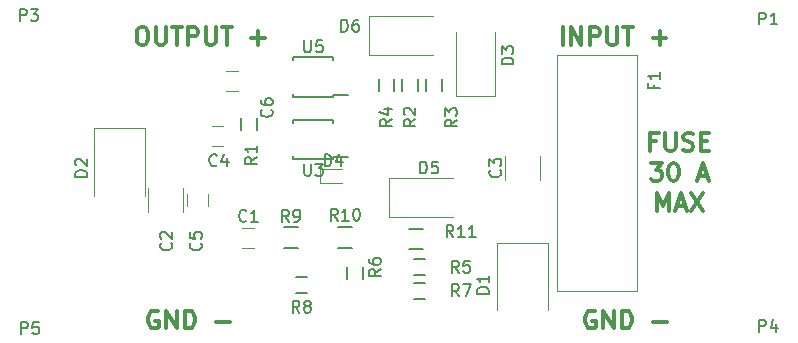
<source format=gto>
G04 #@! TF.FileFunction,Legend,Top*
%FSLAX46Y46*%
G04 Gerber Fmt 4.6, Leading zero omitted, Abs format (unit mm)*
G04 Created by KiCad (PCBNEW 4.0.7-e0-6372~58~ubuntu16.10.1) date Sun Sep 17 16:24:02 2017*
%MOMM*%
%LPD*%
G01*
G04 APERTURE LIST*
%ADD10C,0.100000*%
%ADD11C,0.300000*%
%ADD12C,0.120000*%
%ADD13C,0.150000*%
G04 APERTURE END LIST*
D10*
D11*
X54535715Y-11842857D02*
X54035715Y-11842857D01*
X54035715Y-12628571D02*
X54035715Y-11128571D01*
X54750001Y-11128571D01*
X55321429Y-11128571D02*
X55321429Y-12342857D01*
X55392857Y-12485714D01*
X55464286Y-12557143D01*
X55607143Y-12628571D01*
X55892857Y-12628571D01*
X56035715Y-12557143D01*
X56107143Y-12485714D01*
X56178572Y-12342857D01*
X56178572Y-11128571D01*
X56821429Y-12557143D02*
X57035715Y-12628571D01*
X57392858Y-12628571D01*
X57535715Y-12557143D01*
X57607144Y-12485714D01*
X57678572Y-12342857D01*
X57678572Y-12200000D01*
X57607144Y-12057143D01*
X57535715Y-11985714D01*
X57392858Y-11914286D01*
X57107144Y-11842857D01*
X56964286Y-11771429D01*
X56892858Y-11700000D01*
X56821429Y-11557143D01*
X56821429Y-11414286D01*
X56892858Y-11271429D01*
X56964286Y-11200000D01*
X57107144Y-11128571D01*
X57464286Y-11128571D01*
X57678572Y-11200000D01*
X58321429Y-11842857D02*
X58821429Y-11842857D01*
X59035715Y-12628571D02*
X58321429Y-12628571D01*
X58321429Y-11128571D01*
X59035715Y-11128571D01*
X54071430Y-13678571D02*
X55000001Y-13678571D01*
X54500001Y-14250000D01*
X54714287Y-14250000D01*
X54857144Y-14321429D01*
X54928573Y-14392857D01*
X55000001Y-14535714D01*
X55000001Y-14892857D01*
X54928573Y-15035714D01*
X54857144Y-15107143D01*
X54714287Y-15178571D01*
X54285715Y-15178571D01*
X54142858Y-15107143D01*
X54071430Y-15035714D01*
X55928572Y-13678571D02*
X56071429Y-13678571D01*
X56214286Y-13750000D01*
X56285715Y-13821429D01*
X56357144Y-13964286D01*
X56428572Y-14250000D01*
X56428572Y-14607143D01*
X56357144Y-14892857D01*
X56285715Y-15035714D01*
X56214286Y-15107143D01*
X56071429Y-15178571D01*
X55928572Y-15178571D01*
X55785715Y-15107143D01*
X55714286Y-15035714D01*
X55642858Y-14892857D01*
X55571429Y-14607143D01*
X55571429Y-14250000D01*
X55642858Y-13964286D01*
X55714286Y-13821429D01*
X55785715Y-13750000D01*
X55928572Y-13678571D01*
X58142857Y-14750000D02*
X58857143Y-14750000D01*
X58000000Y-15178571D02*
X58500000Y-13678571D01*
X59000000Y-15178571D01*
X54642858Y-17728571D02*
X54642858Y-16228571D01*
X55142858Y-17300000D01*
X55642858Y-16228571D01*
X55642858Y-17728571D01*
X56285715Y-17300000D02*
X57000001Y-17300000D01*
X56142858Y-17728571D02*
X56642858Y-16228571D01*
X57142858Y-17728571D01*
X57500001Y-16228571D02*
X58500001Y-17728571D01*
X58500001Y-16228571D02*
X57500001Y-17728571D01*
X12357143Y-26250000D02*
X12214286Y-26178571D01*
X12000000Y-26178571D01*
X11785715Y-26250000D01*
X11642857Y-26392857D01*
X11571429Y-26535714D01*
X11500000Y-26821429D01*
X11500000Y-27035714D01*
X11571429Y-27321429D01*
X11642857Y-27464286D01*
X11785715Y-27607143D01*
X12000000Y-27678571D01*
X12142857Y-27678571D01*
X12357143Y-27607143D01*
X12428572Y-27535714D01*
X12428572Y-27035714D01*
X12142857Y-27035714D01*
X13071429Y-27678571D02*
X13071429Y-26178571D01*
X13928572Y-27678571D01*
X13928572Y-26178571D01*
X14642858Y-27678571D02*
X14642858Y-26178571D01*
X15000001Y-26178571D01*
X15214286Y-26250000D01*
X15357144Y-26392857D01*
X15428572Y-26535714D01*
X15500001Y-26821429D01*
X15500001Y-27035714D01*
X15428572Y-27321429D01*
X15357144Y-27464286D01*
X15214286Y-27607143D01*
X15000001Y-27678571D01*
X14642858Y-27678571D01*
X17285715Y-27107143D02*
X18428572Y-27107143D01*
X10892857Y-2178571D02*
X11178571Y-2178571D01*
X11321429Y-2250000D01*
X11464286Y-2392857D01*
X11535714Y-2678571D01*
X11535714Y-3178571D01*
X11464286Y-3464286D01*
X11321429Y-3607143D01*
X11178571Y-3678571D01*
X10892857Y-3678571D01*
X10750000Y-3607143D01*
X10607143Y-3464286D01*
X10535714Y-3178571D01*
X10535714Y-2678571D01*
X10607143Y-2392857D01*
X10750000Y-2250000D01*
X10892857Y-2178571D01*
X12178572Y-2178571D02*
X12178572Y-3392857D01*
X12250000Y-3535714D01*
X12321429Y-3607143D01*
X12464286Y-3678571D01*
X12750000Y-3678571D01*
X12892858Y-3607143D01*
X12964286Y-3535714D01*
X13035715Y-3392857D01*
X13035715Y-2178571D01*
X13535715Y-2178571D02*
X14392858Y-2178571D01*
X13964287Y-3678571D02*
X13964287Y-2178571D01*
X14892858Y-3678571D02*
X14892858Y-2178571D01*
X15464286Y-2178571D01*
X15607144Y-2250000D01*
X15678572Y-2321429D01*
X15750001Y-2464286D01*
X15750001Y-2678571D01*
X15678572Y-2821429D01*
X15607144Y-2892857D01*
X15464286Y-2964286D01*
X14892858Y-2964286D01*
X16392858Y-2178571D02*
X16392858Y-3392857D01*
X16464286Y-3535714D01*
X16535715Y-3607143D01*
X16678572Y-3678571D01*
X16964286Y-3678571D01*
X17107144Y-3607143D01*
X17178572Y-3535714D01*
X17250001Y-3392857D01*
X17250001Y-2178571D01*
X17750001Y-2178571D02*
X18607144Y-2178571D01*
X18178573Y-3678571D02*
X18178573Y-2178571D01*
X20250001Y-3107143D02*
X21392858Y-3107143D01*
X20821429Y-3678571D02*
X20821429Y-2535714D01*
X49357143Y-26250000D02*
X49214286Y-26178571D01*
X49000000Y-26178571D01*
X48785715Y-26250000D01*
X48642857Y-26392857D01*
X48571429Y-26535714D01*
X48500000Y-26821429D01*
X48500000Y-27035714D01*
X48571429Y-27321429D01*
X48642857Y-27464286D01*
X48785715Y-27607143D01*
X49000000Y-27678571D01*
X49142857Y-27678571D01*
X49357143Y-27607143D01*
X49428572Y-27535714D01*
X49428572Y-27035714D01*
X49142857Y-27035714D01*
X50071429Y-27678571D02*
X50071429Y-26178571D01*
X50928572Y-27678571D01*
X50928572Y-26178571D01*
X51642858Y-27678571D02*
X51642858Y-26178571D01*
X52000001Y-26178571D01*
X52214286Y-26250000D01*
X52357144Y-26392857D01*
X52428572Y-26535714D01*
X52500001Y-26821429D01*
X52500001Y-27035714D01*
X52428572Y-27321429D01*
X52357144Y-27464286D01*
X52214286Y-27607143D01*
X52000001Y-27678571D01*
X51642858Y-27678571D01*
X54285715Y-27107143D02*
X55428572Y-27107143D01*
X46607143Y-3678571D02*
X46607143Y-2178571D01*
X47321429Y-3678571D02*
X47321429Y-2178571D01*
X48178572Y-3678571D01*
X48178572Y-2178571D01*
X48892858Y-3678571D02*
X48892858Y-2178571D01*
X49464286Y-2178571D01*
X49607144Y-2250000D01*
X49678572Y-2321429D01*
X49750001Y-2464286D01*
X49750001Y-2678571D01*
X49678572Y-2821429D01*
X49607144Y-2892857D01*
X49464286Y-2964286D01*
X48892858Y-2964286D01*
X50392858Y-2178571D02*
X50392858Y-3392857D01*
X50464286Y-3535714D01*
X50535715Y-3607143D01*
X50678572Y-3678571D01*
X50964286Y-3678571D01*
X51107144Y-3607143D01*
X51178572Y-3535714D01*
X51250001Y-3392857D01*
X51250001Y-2178571D01*
X51750001Y-2178571D02*
X52607144Y-2178571D01*
X52178573Y-3678571D02*
X52178573Y-2178571D01*
X54250001Y-3107143D02*
X55392858Y-3107143D01*
X54821429Y-3678571D02*
X54821429Y-2535714D01*
D12*
X37550000Y-8000000D02*
X40850000Y-8000000D01*
X40850000Y-8000000D02*
X40850000Y-2600000D01*
X37550000Y-8000000D02*
X37550000Y-2600000D01*
D13*
X27175000Y-13375000D02*
X27175000Y-13200000D01*
X23825000Y-13375000D02*
X23825000Y-13125000D01*
X23825000Y-10025000D02*
X23825000Y-10275000D01*
X27175000Y-10025000D02*
X27175000Y-10275000D01*
X27175000Y-13375000D02*
X23825000Y-13375000D01*
X27175000Y-10025000D02*
X23825000Y-10025000D01*
X27175000Y-13200000D02*
X28425000Y-13200000D01*
X27175000Y-8075000D02*
X27175000Y-7900000D01*
X23825000Y-8075000D02*
X23825000Y-7825000D01*
X23825000Y-4725000D02*
X23825000Y-4975000D01*
X27175000Y-4725000D02*
X27175000Y-4975000D01*
X27175000Y-8075000D02*
X23825000Y-8075000D01*
X27175000Y-4725000D02*
X23825000Y-4725000D01*
X27175000Y-7900000D02*
X28425000Y-7900000D01*
D12*
X45350000Y-20450000D02*
X41050000Y-20450000D01*
X41050000Y-20450000D02*
X41050000Y-26150000D01*
X45350000Y-20450000D02*
X45350000Y-26150000D01*
X11250000Y-10750000D02*
X6950000Y-10750000D01*
X6950000Y-10750000D02*
X6950000Y-16450000D01*
X11250000Y-10750000D02*
X11250000Y-16450000D01*
D13*
X20775000Y-9900000D02*
X20775000Y-10900000D01*
X19425000Y-10900000D02*
X19425000Y-9900000D01*
X34375000Y-6600000D02*
X34375000Y-7600000D01*
X33025000Y-7600000D02*
X33025000Y-6600000D01*
X36375000Y-6600000D02*
X36375000Y-7600000D01*
X35025000Y-7600000D02*
X35025000Y-6600000D01*
X31025000Y-7600000D02*
X31025000Y-6600000D01*
X32375000Y-6600000D02*
X32375000Y-7600000D01*
X34000000Y-21825000D02*
X35000000Y-21825000D01*
X35000000Y-23175000D02*
X34000000Y-23175000D01*
X28325000Y-23500000D02*
X28325000Y-22500000D01*
X29675000Y-22500000D02*
X29675000Y-23500000D01*
X35000000Y-25175000D02*
X34000000Y-25175000D01*
X34000000Y-23825000D02*
X35000000Y-23825000D01*
X24000000Y-23325000D02*
X25000000Y-23325000D01*
X25000000Y-24675000D02*
X24000000Y-24675000D01*
D12*
X52900000Y-4500000D02*
X52900000Y-24500000D01*
X52900000Y-4500000D02*
X46100000Y-4500000D01*
X46100000Y-24500000D02*
X52900000Y-24500000D01*
X46100000Y-24500000D02*
X46100000Y-4500000D01*
X20500000Y-19150000D02*
X19500000Y-19150000D01*
X19500000Y-20850000D02*
X20500000Y-20850000D01*
X14480000Y-17800000D02*
X14480000Y-15800000D01*
X11520000Y-15800000D02*
X11520000Y-17800000D01*
X41720000Y-13100000D02*
X41720000Y-15100000D01*
X44680000Y-15100000D02*
X44680000Y-13100000D01*
X17900000Y-10550000D02*
X16900000Y-10550000D01*
X16900000Y-12250000D02*
X17900000Y-12250000D01*
X16550000Y-17300000D02*
X16550000Y-16300000D01*
X14850000Y-16300000D02*
X14850000Y-17300000D01*
X18100000Y-7550000D02*
X19100000Y-7550000D01*
X19100000Y-5850000D02*
X18100000Y-5850000D01*
X26050000Y-14200000D02*
X26050000Y-15400000D01*
X27900000Y-14200000D02*
X26050000Y-14200000D01*
X27900000Y-15400000D02*
X26050000Y-15400000D01*
X31900000Y-14950000D02*
X31900000Y-18250000D01*
X31900000Y-18250000D02*
X37300000Y-18250000D01*
X31900000Y-14950000D02*
X37300000Y-14950000D01*
X30200000Y-1250000D02*
X30200000Y-4550000D01*
X30200000Y-4550000D02*
X35600000Y-4550000D01*
X30200000Y-1250000D02*
X35600000Y-1250000D01*
D13*
X24200000Y-20875000D02*
X23000000Y-20875000D01*
X23000000Y-19125000D02*
X24200000Y-19125000D01*
X28800000Y-20875000D02*
X27600000Y-20875000D01*
X27600000Y-19125000D02*
X28800000Y-19125000D01*
X33600000Y-19225000D02*
X34800000Y-19225000D01*
X34800000Y-20975000D02*
X33600000Y-20975000D01*
X42452381Y-5338095D02*
X41452381Y-5338095D01*
X41452381Y-5100000D01*
X41500000Y-4957142D01*
X41595238Y-4861904D01*
X41690476Y-4814285D01*
X41880952Y-4766666D01*
X42023810Y-4766666D01*
X42214286Y-4814285D01*
X42309524Y-4861904D01*
X42404762Y-4957142D01*
X42452381Y-5100000D01*
X42452381Y-5338095D01*
X41452381Y-4433333D02*
X41452381Y-3814285D01*
X41833333Y-4147619D01*
X41833333Y-4004761D01*
X41880952Y-3909523D01*
X41928571Y-3861904D01*
X42023810Y-3814285D01*
X42261905Y-3814285D01*
X42357143Y-3861904D01*
X42404762Y-3909523D01*
X42452381Y-4004761D01*
X42452381Y-4290476D01*
X42404762Y-4385714D01*
X42357143Y-4433333D01*
X24738095Y-13752381D02*
X24738095Y-14561905D01*
X24785714Y-14657143D01*
X24833333Y-14704762D01*
X24928571Y-14752381D01*
X25119048Y-14752381D01*
X25214286Y-14704762D01*
X25261905Y-14657143D01*
X25309524Y-14561905D01*
X25309524Y-13752381D01*
X25690476Y-13752381D02*
X26309524Y-13752381D01*
X25976190Y-14133333D01*
X26119048Y-14133333D01*
X26214286Y-14180952D01*
X26261905Y-14228571D01*
X26309524Y-14323810D01*
X26309524Y-14561905D01*
X26261905Y-14657143D01*
X26214286Y-14704762D01*
X26119048Y-14752381D01*
X25833333Y-14752381D01*
X25738095Y-14704762D01*
X25690476Y-14657143D01*
X24738095Y-3302381D02*
X24738095Y-4111905D01*
X24785714Y-4207143D01*
X24833333Y-4254762D01*
X24928571Y-4302381D01*
X25119048Y-4302381D01*
X25214286Y-4254762D01*
X25261905Y-4207143D01*
X25309524Y-4111905D01*
X25309524Y-3302381D01*
X26261905Y-3302381D02*
X25785714Y-3302381D01*
X25738095Y-3778571D01*
X25785714Y-3730952D01*
X25880952Y-3683333D01*
X26119048Y-3683333D01*
X26214286Y-3730952D01*
X26261905Y-3778571D01*
X26309524Y-3873810D01*
X26309524Y-4111905D01*
X26261905Y-4207143D01*
X26214286Y-4254762D01*
X26119048Y-4302381D01*
X25880952Y-4302381D01*
X25785714Y-4254762D01*
X25738095Y-4207143D01*
X40352381Y-24738095D02*
X39352381Y-24738095D01*
X39352381Y-24500000D01*
X39400000Y-24357142D01*
X39495238Y-24261904D01*
X39590476Y-24214285D01*
X39780952Y-24166666D01*
X39923810Y-24166666D01*
X40114286Y-24214285D01*
X40209524Y-24261904D01*
X40304762Y-24357142D01*
X40352381Y-24500000D01*
X40352381Y-24738095D01*
X40352381Y-23214285D02*
X40352381Y-23785714D01*
X40352381Y-23500000D02*
X39352381Y-23500000D01*
X39495238Y-23595238D01*
X39590476Y-23690476D01*
X39638095Y-23785714D01*
X6352381Y-14838095D02*
X5352381Y-14838095D01*
X5352381Y-14600000D01*
X5400000Y-14457142D01*
X5495238Y-14361904D01*
X5590476Y-14314285D01*
X5780952Y-14266666D01*
X5923810Y-14266666D01*
X6114286Y-14314285D01*
X6209524Y-14361904D01*
X6304762Y-14457142D01*
X6352381Y-14600000D01*
X6352381Y-14838095D01*
X5447619Y-13885714D02*
X5400000Y-13838095D01*
X5352381Y-13742857D01*
X5352381Y-13504761D01*
X5400000Y-13409523D01*
X5447619Y-13361904D01*
X5542857Y-13314285D01*
X5638095Y-13314285D01*
X5780952Y-13361904D01*
X6352381Y-13933333D01*
X6352381Y-13314285D01*
X20702381Y-13166666D02*
X20226190Y-13500000D01*
X20702381Y-13738095D02*
X19702381Y-13738095D01*
X19702381Y-13357142D01*
X19750000Y-13261904D01*
X19797619Y-13214285D01*
X19892857Y-13166666D01*
X20035714Y-13166666D01*
X20130952Y-13214285D01*
X20178571Y-13261904D01*
X20226190Y-13357142D01*
X20226190Y-13738095D01*
X20702381Y-12214285D02*
X20702381Y-12785714D01*
X20702381Y-12500000D02*
X19702381Y-12500000D01*
X19845238Y-12595238D01*
X19940476Y-12690476D01*
X19988095Y-12785714D01*
X34152381Y-9966666D02*
X33676190Y-10300000D01*
X34152381Y-10538095D02*
X33152381Y-10538095D01*
X33152381Y-10157142D01*
X33200000Y-10061904D01*
X33247619Y-10014285D01*
X33342857Y-9966666D01*
X33485714Y-9966666D01*
X33580952Y-10014285D01*
X33628571Y-10061904D01*
X33676190Y-10157142D01*
X33676190Y-10538095D01*
X33247619Y-9585714D02*
X33200000Y-9538095D01*
X33152381Y-9442857D01*
X33152381Y-9204761D01*
X33200000Y-9109523D01*
X33247619Y-9061904D01*
X33342857Y-9014285D01*
X33438095Y-9014285D01*
X33580952Y-9061904D01*
X34152381Y-9633333D01*
X34152381Y-9014285D01*
X37652381Y-10016666D02*
X37176190Y-10350000D01*
X37652381Y-10588095D02*
X36652381Y-10588095D01*
X36652381Y-10207142D01*
X36700000Y-10111904D01*
X36747619Y-10064285D01*
X36842857Y-10016666D01*
X36985714Y-10016666D01*
X37080952Y-10064285D01*
X37128571Y-10111904D01*
X37176190Y-10207142D01*
X37176190Y-10588095D01*
X36652381Y-9683333D02*
X36652381Y-9064285D01*
X37033333Y-9397619D01*
X37033333Y-9254761D01*
X37080952Y-9159523D01*
X37128571Y-9111904D01*
X37223810Y-9064285D01*
X37461905Y-9064285D01*
X37557143Y-9111904D01*
X37604762Y-9159523D01*
X37652381Y-9254761D01*
X37652381Y-9540476D01*
X37604762Y-9635714D01*
X37557143Y-9683333D01*
X32152381Y-9966666D02*
X31676190Y-10300000D01*
X32152381Y-10538095D02*
X31152381Y-10538095D01*
X31152381Y-10157142D01*
X31200000Y-10061904D01*
X31247619Y-10014285D01*
X31342857Y-9966666D01*
X31485714Y-9966666D01*
X31580952Y-10014285D01*
X31628571Y-10061904D01*
X31676190Y-10157142D01*
X31676190Y-10538095D01*
X31485714Y-9109523D02*
X32152381Y-9109523D01*
X31104762Y-9347619D02*
X31819048Y-9585714D01*
X31819048Y-8966666D01*
X37833334Y-22952381D02*
X37500000Y-22476190D01*
X37261905Y-22952381D02*
X37261905Y-21952381D01*
X37642858Y-21952381D01*
X37738096Y-22000000D01*
X37785715Y-22047619D01*
X37833334Y-22142857D01*
X37833334Y-22285714D01*
X37785715Y-22380952D01*
X37738096Y-22428571D01*
X37642858Y-22476190D01*
X37261905Y-22476190D01*
X38738096Y-21952381D02*
X38261905Y-21952381D01*
X38214286Y-22428571D01*
X38261905Y-22380952D01*
X38357143Y-22333333D01*
X38595239Y-22333333D01*
X38690477Y-22380952D01*
X38738096Y-22428571D01*
X38785715Y-22523810D01*
X38785715Y-22761905D01*
X38738096Y-22857143D01*
X38690477Y-22904762D01*
X38595239Y-22952381D01*
X38357143Y-22952381D01*
X38261905Y-22904762D01*
X38214286Y-22857143D01*
X31202381Y-22666666D02*
X30726190Y-23000000D01*
X31202381Y-23238095D02*
X30202381Y-23238095D01*
X30202381Y-22857142D01*
X30250000Y-22761904D01*
X30297619Y-22714285D01*
X30392857Y-22666666D01*
X30535714Y-22666666D01*
X30630952Y-22714285D01*
X30678571Y-22761904D01*
X30726190Y-22857142D01*
X30726190Y-23238095D01*
X30202381Y-21809523D02*
X30202381Y-22000000D01*
X30250000Y-22095238D01*
X30297619Y-22142857D01*
X30440476Y-22238095D01*
X30630952Y-22285714D01*
X31011905Y-22285714D01*
X31107143Y-22238095D01*
X31154762Y-22190476D01*
X31202381Y-22095238D01*
X31202381Y-21904761D01*
X31154762Y-21809523D01*
X31107143Y-21761904D01*
X31011905Y-21714285D01*
X30773810Y-21714285D01*
X30678571Y-21761904D01*
X30630952Y-21809523D01*
X30583333Y-21904761D01*
X30583333Y-22095238D01*
X30630952Y-22190476D01*
X30678571Y-22238095D01*
X30773810Y-22285714D01*
X37833334Y-24952381D02*
X37500000Y-24476190D01*
X37261905Y-24952381D02*
X37261905Y-23952381D01*
X37642858Y-23952381D01*
X37738096Y-24000000D01*
X37785715Y-24047619D01*
X37833334Y-24142857D01*
X37833334Y-24285714D01*
X37785715Y-24380952D01*
X37738096Y-24428571D01*
X37642858Y-24476190D01*
X37261905Y-24476190D01*
X38166667Y-23952381D02*
X38833334Y-23952381D01*
X38404762Y-24952381D01*
X24333334Y-26352381D02*
X24000000Y-25876190D01*
X23761905Y-26352381D02*
X23761905Y-25352381D01*
X24142858Y-25352381D01*
X24238096Y-25400000D01*
X24285715Y-25447619D01*
X24333334Y-25542857D01*
X24333334Y-25685714D01*
X24285715Y-25780952D01*
X24238096Y-25828571D01*
X24142858Y-25876190D01*
X23761905Y-25876190D01*
X24904762Y-25780952D02*
X24809524Y-25733333D01*
X24761905Y-25685714D01*
X24714286Y-25590476D01*
X24714286Y-25542857D01*
X24761905Y-25447619D01*
X24809524Y-25400000D01*
X24904762Y-25352381D01*
X25095239Y-25352381D01*
X25190477Y-25400000D01*
X25238096Y-25447619D01*
X25285715Y-25542857D01*
X25285715Y-25590476D01*
X25238096Y-25685714D01*
X25190477Y-25733333D01*
X25095239Y-25780952D01*
X24904762Y-25780952D01*
X24809524Y-25828571D01*
X24761905Y-25876190D01*
X24714286Y-25971429D01*
X24714286Y-26161905D01*
X24761905Y-26257143D01*
X24809524Y-26304762D01*
X24904762Y-26352381D01*
X25095239Y-26352381D01*
X25190477Y-26304762D01*
X25238096Y-26257143D01*
X25285715Y-26161905D01*
X25285715Y-25971429D01*
X25238096Y-25876190D01*
X25190477Y-25828571D01*
X25095239Y-25780952D01*
X63261905Y-1952381D02*
X63261905Y-952381D01*
X63642858Y-952381D01*
X63738096Y-1000000D01*
X63785715Y-1047619D01*
X63833334Y-1142857D01*
X63833334Y-1285714D01*
X63785715Y-1380952D01*
X63738096Y-1428571D01*
X63642858Y-1476190D01*
X63261905Y-1476190D01*
X64785715Y-1952381D02*
X64214286Y-1952381D01*
X64500000Y-1952381D02*
X64500000Y-952381D01*
X64404762Y-1095238D01*
X64309524Y-1190476D01*
X64214286Y-1238095D01*
X661905Y-1652381D02*
X661905Y-652381D01*
X1042858Y-652381D01*
X1138096Y-700000D01*
X1185715Y-747619D01*
X1233334Y-842857D01*
X1233334Y-985714D01*
X1185715Y-1080952D01*
X1138096Y-1128571D01*
X1042858Y-1176190D01*
X661905Y-1176190D01*
X1566667Y-652381D02*
X2185715Y-652381D01*
X1852381Y-1033333D01*
X1995239Y-1033333D01*
X2090477Y-1080952D01*
X2138096Y-1128571D01*
X2185715Y-1223810D01*
X2185715Y-1461905D01*
X2138096Y-1557143D01*
X2090477Y-1604762D01*
X1995239Y-1652381D01*
X1709524Y-1652381D01*
X1614286Y-1604762D01*
X1566667Y-1557143D01*
X63261905Y-27952381D02*
X63261905Y-26952381D01*
X63642858Y-26952381D01*
X63738096Y-27000000D01*
X63785715Y-27047619D01*
X63833334Y-27142857D01*
X63833334Y-27285714D01*
X63785715Y-27380952D01*
X63738096Y-27428571D01*
X63642858Y-27476190D01*
X63261905Y-27476190D01*
X64690477Y-27285714D02*
X64690477Y-27952381D01*
X64452381Y-26904762D02*
X64214286Y-27619048D01*
X64833334Y-27619048D01*
X761905Y-28152381D02*
X761905Y-27152381D01*
X1142858Y-27152381D01*
X1238096Y-27200000D01*
X1285715Y-27247619D01*
X1333334Y-27342857D01*
X1333334Y-27485714D01*
X1285715Y-27580952D01*
X1238096Y-27628571D01*
X1142858Y-27676190D01*
X761905Y-27676190D01*
X2238096Y-27152381D02*
X1761905Y-27152381D01*
X1714286Y-27628571D01*
X1761905Y-27580952D01*
X1857143Y-27533333D01*
X2095239Y-27533333D01*
X2190477Y-27580952D01*
X2238096Y-27628571D01*
X2285715Y-27723810D01*
X2285715Y-27961905D01*
X2238096Y-28057143D01*
X2190477Y-28104762D01*
X2095239Y-28152381D01*
X1857143Y-28152381D01*
X1761905Y-28104762D01*
X1714286Y-28057143D01*
X54328571Y-7033333D02*
X54328571Y-7366667D01*
X54852381Y-7366667D02*
X53852381Y-7366667D01*
X53852381Y-6890476D01*
X54852381Y-5985714D02*
X54852381Y-6557143D01*
X54852381Y-6271429D02*
X53852381Y-6271429D01*
X53995238Y-6366667D01*
X54090476Y-6461905D01*
X54138095Y-6557143D01*
X19833334Y-18557143D02*
X19785715Y-18604762D01*
X19642858Y-18652381D01*
X19547620Y-18652381D01*
X19404762Y-18604762D01*
X19309524Y-18509524D01*
X19261905Y-18414286D01*
X19214286Y-18223810D01*
X19214286Y-18080952D01*
X19261905Y-17890476D01*
X19309524Y-17795238D01*
X19404762Y-17700000D01*
X19547620Y-17652381D01*
X19642858Y-17652381D01*
X19785715Y-17700000D01*
X19833334Y-17747619D01*
X20785715Y-18652381D02*
X20214286Y-18652381D01*
X20500000Y-18652381D02*
X20500000Y-17652381D01*
X20404762Y-17795238D01*
X20309524Y-17890476D01*
X20214286Y-17938095D01*
X13457143Y-20466666D02*
X13504762Y-20514285D01*
X13552381Y-20657142D01*
X13552381Y-20752380D01*
X13504762Y-20895238D01*
X13409524Y-20990476D01*
X13314286Y-21038095D01*
X13123810Y-21085714D01*
X12980952Y-21085714D01*
X12790476Y-21038095D01*
X12695238Y-20990476D01*
X12600000Y-20895238D01*
X12552381Y-20752380D01*
X12552381Y-20657142D01*
X12600000Y-20514285D01*
X12647619Y-20466666D01*
X12647619Y-20085714D02*
X12600000Y-20038095D01*
X12552381Y-19942857D01*
X12552381Y-19704761D01*
X12600000Y-19609523D01*
X12647619Y-19561904D01*
X12742857Y-19514285D01*
X12838095Y-19514285D01*
X12980952Y-19561904D01*
X13552381Y-20133333D01*
X13552381Y-19514285D01*
X41307143Y-14266666D02*
X41354762Y-14314285D01*
X41402381Y-14457142D01*
X41402381Y-14552380D01*
X41354762Y-14695238D01*
X41259524Y-14790476D01*
X41164286Y-14838095D01*
X40973810Y-14885714D01*
X40830952Y-14885714D01*
X40640476Y-14838095D01*
X40545238Y-14790476D01*
X40450000Y-14695238D01*
X40402381Y-14552380D01*
X40402381Y-14457142D01*
X40450000Y-14314285D01*
X40497619Y-14266666D01*
X40402381Y-13933333D02*
X40402381Y-13314285D01*
X40783333Y-13647619D01*
X40783333Y-13504761D01*
X40830952Y-13409523D01*
X40878571Y-13361904D01*
X40973810Y-13314285D01*
X41211905Y-13314285D01*
X41307143Y-13361904D01*
X41354762Y-13409523D01*
X41402381Y-13504761D01*
X41402381Y-13790476D01*
X41354762Y-13885714D01*
X41307143Y-13933333D01*
X17333334Y-13857143D02*
X17285715Y-13904762D01*
X17142858Y-13952381D01*
X17047620Y-13952381D01*
X16904762Y-13904762D01*
X16809524Y-13809524D01*
X16761905Y-13714286D01*
X16714286Y-13523810D01*
X16714286Y-13380952D01*
X16761905Y-13190476D01*
X16809524Y-13095238D01*
X16904762Y-13000000D01*
X17047620Y-12952381D01*
X17142858Y-12952381D01*
X17285715Y-13000000D01*
X17333334Y-13047619D01*
X18190477Y-13285714D02*
X18190477Y-13952381D01*
X17952381Y-12904762D02*
X17714286Y-13619048D01*
X18333334Y-13619048D01*
X15957143Y-20466666D02*
X16004762Y-20514285D01*
X16052381Y-20657142D01*
X16052381Y-20752380D01*
X16004762Y-20895238D01*
X15909524Y-20990476D01*
X15814286Y-21038095D01*
X15623810Y-21085714D01*
X15480952Y-21085714D01*
X15290476Y-21038095D01*
X15195238Y-20990476D01*
X15100000Y-20895238D01*
X15052381Y-20752380D01*
X15052381Y-20657142D01*
X15100000Y-20514285D01*
X15147619Y-20466666D01*
X15052381Y-19561904D02*
X15052381Y-20038095D01*
X15528571Y-20085714D01*
X15480952Y-20038095D01*
X15433333Y-19942857D01*
X15433333Y-19704761D01*
X15480952Y-19609523D01*
X15528571Y-19561904D01*
X15623810Y-19514285D01*
X15861905Y-19514285D01*
X15957143Y-19561904D01*
X16004762Y-19609523D01*
X16052381Y-19704761D01*
X16052381Y-19942857D01*
X16004762Y-20038095D01*
X15957143Y-20085714D01*
X21957143Y-9166666D02*
X22004762Y-9214285D01*
X22052381Y-9357142D01*
X22052381Y-9452380D01*
X22004762Y-9595238D01*
X21909524Y-9690476D01*
X21814286Y-9738095D01*
X21623810Y-9785714D01*
X21480952Y-9785714D01*
X21290476Y-9738095D01*
X21195238Y-9690476D01*
X21100000Y-9595238D01*
X21052381Y-9452380D01*
X21052381Y-9357142D01*
X21100000Y-9214285D01*
X21147619Y-9166666D01*
X21052381Y-8309523D02*
X21052381Y-8500000D01*
X21100000Y-8595238D01*
X21147619Y-8642857D01*
X21290476Y-8738095D01*
X21480952Y-8785714D01*
X21861905Y-8785714D01*
X21957143Y-8738095D01*
X22004762Y-8690476D01*
X22052381Y-8595238D01*
X22052381Y-8404761D01*
X22004762Y-8309523D01*
X21957143Y-8261904D01*
X21861905Y-8214285D01*
X21623810Y-8214285D01*
X21528571Y-8261904D01*
X21480952Y-8309523D01*
X21433333Y-8404761D01*
X21433333Y-8595238D01*
X21480952Y-8690476D01*
X21528571Y-8738095D01*
X21623810Y-8785714D01*
X26461905Y-13952381D02*
X26461905Y-12952381D01*
X26700000Y-12952381D01*
X26842858Y-13000000D01*
X26938096Y-13095238D01*
X26985715Y-13190476D01*
X27033334Y-13380952D01*
X27033334Y-13523810D01*
X26985715Y-13714286D01*
X26938096Y-13809524D01*
X26842858Y-13904762D01*
X26700000Y-13952381D01*
X26461905Y-13952381D01*
X27890477Y-13285714D02*
X27890477Y-13952381D01*
X27652381Y-12904762D02*
X27414286Y-13619048D01*
X28033334Y-13619048D01*
X34561905Y-14552381D02*
X34561905Y-13552381D01*
X34800000Y-13552381D01*
X34942858Y-13600000D01*
X35038096Y-13695238D01*
X35085715Y-13790476D01*
X35133334Y-13980952D01*
X35133334Y-14123810D01*
X35085715Y-14314286D01*
X35038096Y-14409524D01*
X34942858Y-14504762D01*
X34800000Y-14552381D01*
X34561905Y-14552381D01*
X36038096Y-13552381D02*
X35561905Y-13552381D01*
X35514286Y-14028571D01*
X35561905Y-13980952D01*
X35657143Y-13933333D01*
X35895239Y-13933333D01*
X35990477Y-13980952D01*
X36038096Y-14028571D01*
X36085715Y-14123810D01*
X36085715Y-14361905D01*
X36038096Y-14457143D01*
X35990477Y-14504762D01*
X35895239Y-14552381D01*
X35657143Y-14552381D01*
X35561905Y-14504762D01*
X35514286Y-14457143D01*
X27861905Y-2552381D02*
X27861905Y-1552381D01*
X28100000Y-1552381D01*
X28242858Y-1600000D01*
X28338096Y-1695238D01*
X28385715Y-1790476D01*
X28433334Y-1980952D01*
X28433334Y-2123810D01*
X28385715Y-2314286D01*
X28338096Y-2409524D01*
X28242858Y-2504762D01*
X28100000Y-2552381D01*
X27861905Y-2552381D01*
X29290477Y-1552381D02*
X29100000Y-1552381D01*
X29004762Y-1600000D01*
X28957143Y-1647619D01*
X28861905Y-1790476D01*
X28814286Y-1980952D01*
X28814286Y-2361905D01*
X28861905Y-2457143D01*
X28909524Y-2504762D01*
X29004762Y-2552381D01*
X29195239Y-2552381D01*
X29290477Y-2504762D01*
X29338096Y-2457143D01*
X29385715Y-2361905D01*
X29385715Y-2123810D01*
X29338096Y-2028571D01*
X29290477Y-1980952D01*
X29195239Y-1933333D01*
X29004762Y-1933333D01*
X28909524Y-1980952D01*
X28861905Y-2028571D01*
X28814286Y-2123810D01*
X23433334Y-18652381D02*
X23100000Y-18176190D01*
X22861905Y-18652381D02*
X22861905Y-17652381D01*
X23242858Y-17652381D01*
X23338096Y-17700000D01*
X23385715Y-17747619D01*
X23433334Y-17842857D01*
X23433334Y-17985714D01*
X23385715Y-18080952D01*
X23338096Y-18128571D01*
X23242858Y-18176190D01*
X22861905Y-18176190D01*
X23909524Y-18652381D02*
X24100000Y-18652381D01*
X24195239Y-18604762D01*
X24242858Y-18557143D01*
X24338096Y-18414286D01*
X24385715Y-18223810D01*
X24385715Y-17842857D01*
X24338096Y-17747619D01*
X24290477Y-17700000D01*
X24195239Y-17652381D01*
X24004762Y-17652381D01*
X23909524Y-17700000D01*
X23861905Y-17747619D01*
X23814286Y-17842857D01*
X23814286Y-18080952D01*
X23861905Y-18176190D01*
X23909524Y-18223810D01*
X24004762Y-18271429D01*
X24195239Y-18271429D01*
X24290477Y-18223810D01*
X24338096Y-18176190D01*
X24385715Y-18080952D01*
X27557143Y-18552381D02*
X27223809Y-18076190D01*
X26985714Y-18552381D02*
X26985714Y-17552381D01*
X27366667Y-17552381D01*
X27461905Y-17600000D01*
X27509524Y-17647619D01*
X27557143Y-17742857D01*
X27557143Y-17885714D01*
X27509524Y-17980952D01*
X27461905Y-18028571D01*
X27366667Y-18076190D01*
X26985714Y-18076190D01*
X28509524Y-18552381D02*
X27938095Y-18552381D01*
X28223809Y-18552381D02*
X28223809Y-17552381D01*
X28128571Y-17695238D01*
X28033333Y-17790476D01*
X27938095Y-17838095D01*
X29128571Y-17552381D02*
X29223810Y-17552381D01*
X29319048Y-17600000D01*
X29366667Y-17647619D01*
X29414286Y-17742857D01*
X29461905Y-17933333D01*
X29461905Y-18171429D01*
X29414286Y-18361905D01*
X29366667Y-18457143D01*
X29319048Y-18504762D01*
X29223810Y-18552381D01*
X29128571Y-18552381D01*
X29033333Y-18504762D01*
X28985714Y-18457143D01*
X28938095Y-18361905D01*
X28890476Y-18171429D01*
X28890476Y-17933333D01*
X28938095Y-17742857D01*
X28985714Y-17647619D01*
X29033333Y-17600000D01*
X29128571Y-17552381D01*
X37357143Y-19952381D02*
X37023809Y-19476190D01*
X36785714Y-19952381D02*
X36785714Y-18952381D01*
X37166667Y-18952381D01*
X37261905Y-19000000D01*
X37309524Y-19047619D01*
X37357143Y-19142857D01*
X37357143Y-19285714D01*
X37309524Y-19380952D01*
X37261905Y-19428571D01*
X37166667Y-19476190D01*
X36785714Y-19476190D01*
X38309524Y-19952381D02*
X37738095Y-19952381D01*
X38023809Y-19952381D02*
X38023809Y-18952381D01*
X37928571Y-19095238D01*
X37833333Y-19190476D01*
X37738095Y-19238095D01*
X39261905Y-19952381D02*
X38690476Y-19952381D01*
X38976190Y-19952381D02*
X38976190Y-18952381D01*
X38880952Y-19095238D01*
X38785714Y-19190476D01*
X38690476Y-19238095D01*
M02*

</source>
